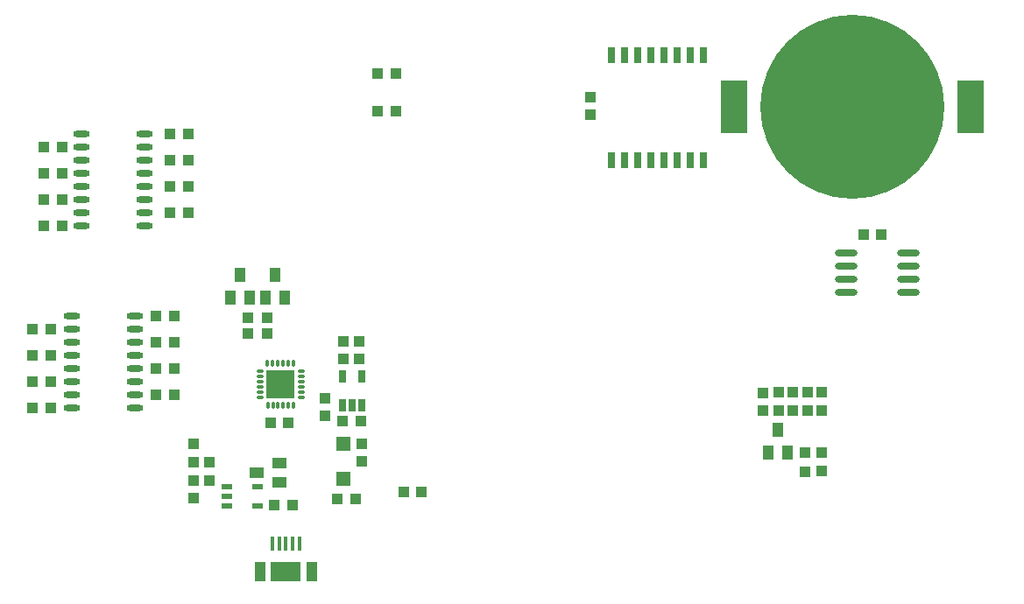
<source format=gbp>
G04 Layer: BottomPasteMaskLayer*
G04 EasyEDA v6.5.39, 2024-01-10 14:41:16*
G04 52a2ae1d1fff4fd0b89a8512cd0fdb0d,3d9c8b04885e45b7839bd8e85c0fd600,10*
G04 Gerber Generator version 0.2*
G04 Scale: 100 percent, Rotated: No, Reflected: No *
G04 Dimensions in millimeters *
G04 leading zeros omitted , absolute positions ,4 integer and 5 decimal *
%FSLAX45Y45*%
%MOMM*%

%AMMACRO1*21,1,$1,$2,0,0,$3*%
%AMMACRO2*4,1,4,0.4999,0.7,-0.4999,0.7,-0.4999,-0.7,0.4999,-0.7,0.4999,0.7,0*%
%AMMACRO3*4,1,4,0.5,0.7,-0.5,0.7,-0.5,-0.7,0.5,-0.7,0.5,0.7,0*%
%AMMACRO4*4,1,4,-0.7,0.4999,-0.7,-0.4999,0.7,-0.4999,0.7,0.4999,-0.7,0.4999,0*%
%AMMACRO5*4,1,4,-0.7,0.5,-0.7,-0.5,0.7,-0.5,0.7,0.5,-0.7,0.5,0*%
%ADD10C,17.7927*%
%ADD11MACRO1,2.5527X5.0927X0.0000*%
%ADD12MACRO1,1.3X1.3X-90.0000*%
%ADD13MACRO2*%
%ADD14MACRO3*%
%ADD15MACRO4*%
%ADD16MACRO5*%
%ADD17MACRO1,1.6002X0.5999X-90.0000*%
%ADD18MACRO1,0.6223X1.1049X0.0000*%
%ADD19MACRO1,0.5499X1X90.0000*%
%ADD20MACRO1,0.5502X1X90.0000*%
%ADD21O,0.7999984X0.2800096*%
%ADD22O,0.2800096X0.7999984*%
%ADD23MACRO1,2.6802X2.6802X0.0000*%
%ADD24O,2.1999956000000003X0.6999986*%
%ADD25O,1.5999968X0.635*%
%ADD26MACRO1,0.4013X1.3005X0.0000*%
%ADD27MACRO1,0.3998X1.3X0.0000*%
%ADD28MACRO1,0.3988X1.3005X0.0000*%
%ADD29MACRO1,2.9002X1.8999X0.0000*%
%ADD30MACRO1,1.0008X1.8999X0.0000*%
%ADD31MACRO1,1.0005X1.8999X0.0000*%
%ADD32MACRO1,1.0998X1.0008X90.0000*%
%ADD33MACRO1,1.0998X1.0008X0.0000*%
%ADD34MACRO1,1.0998X1.0008X-90.0000*%
%ADD35MACRO1,1X1.0998X-90.0000*%
%ADD36MACRO1,1X1.0998X90.0000*%
%ADD37MACRO1,1X1.0998X0.0000*%

%LPD*%
D10*
G01*
X4305300Y558800D03*
D11*
G01*
X3162300Y558800D03*
G01*
X5448300Y558800D03*
D12*
G01*
X-610692Y-3045460D03*
G01*
X-610692Y-2705455D03*
D13*
G01*
X3588004Y-2565273D03*
D14*
G01*
X3492995Y-2785262D03*
G01*
X3683012Y-2785262D03*
D15*
G01*
X-1453489Y-2981960D03*
D16*
G01*
X-1233500Y-3076968D03*
G01*
X-1233500Y-2886951D03*
D13*
G01*
X-1612900Y-1071270D03*
D14*
G01*
X-1707908Y-1291259D03*
G01*
X-1517891Y-1291259D03*
D13*
G01*
X-1270000Y-1071270D03*
D14*
G01*
X-1365008Y-1291259D03*
G01*
X-1174991Y-1291259D03*
D17*
G01*
X1981200Y1056639D03*
G01*
X2108200Y1056639D03*
G01*
X2235200Y1056639D03*
G01*
X2362200Y1056639D03*
G01*
X2489200Y1056639D03*
G01*
X2616200Y1056639D03*
G01*
X2743200Y1056639D03*
G01*
X2870200Y1056639D03*
G01*
X2870200Y40639D03*
G01*
X2743200Y40639D03*
G01*
X2616200Y40639D03*
G01*
X2489200Y40639D03*
G01*
X2362200Y40639D03*
G01*
X2235200Y40639D03*
G01*
X2108200Y40639D03*
G01*
X1981200Y40639D03*
D18*
G01*
X-622300Y-2327910D03*
G01*
X-528319Y-2327910D03*
G01*
X-431800Y-2327910D03*
G01*
X-434339Y-2048510D03*
G01*
X-622300Y-2048510D03*
D19*
G01*
X-1438592Y-3305568D03*
D20*
G01*
X-1438592Y-3115564D03*
G01*
X-1738591Y-3115564D03*
G01*
X-1738591Y-3210560D03*
D19*
G01*
X-1738591Y-3305568D03*
D21*
G01*
X-1017320Y-2005838D03*
G01*
X-1017320Y-2055876D03*
G01*
X-1017320Y-2105914D03*
G01*
X-1017320Y-2155697D03*
G01*
X-1017320Y-2205736D03*
G01*
X-1017320Y-2255773D03*
D22*
G01*
X-1092860Y-2329027D03*
G01*
X-1142898Y-2329027D03*
G01*
X-1192936Y-2329027D03*
G01*
X-1242720Y-2329027D03*
G01*
X-1292758Y-2329027D03*
G01*
X-1342796Y-2329027D03*
D21*
G01*
X-1417320Y-2254757D03*
G01*
X-1417320Y-2204720D03*
G01*
X-1417320Y-2154681D03*
G01*
X-1417320Y-2104897D03*
G01*
X-1417320Y-2054860D03*
G01*
X-1417320Y-2004822D03*
D22*
G01*
X-1344320Y-1929028D03*
G01*
X-1294282Y-1929028D03*
G01*
X-1244244Y-1929028D03*
G01*
X-1194460Y-1929028D03*
G01*
X-1144422Y-1929028D03*
G01*
X-1094384Y-1929028D03*
D23*
G01*
X-1217320Y-2130298D03*
D24*
G01*
X4851400Y-861060D03*
G01*
X4851400Y-988060D03*
G01*
X4851400Y-1115060D03*
G01*
X4851400Y-1242060D03*
G01*
X4246879Y-861060D03*
G01*
X4246879Y-988060D03*
G01*
X4246879Y-1115060D03*
G01*
X4246879Y-1242060D03*
D25*
G01*
X-3145307Y-594360D03*
G01*
X-3145307Y-467360D03*
G01*
X-3145307Y-340360D03*
G01*
X-3145307Y-213360D03*
G01*
X-3145307Y-86360D03*
G01*
X-3145307Y40639D03*
G01*
X-3145307Y167639D03*
G01*
X-3145307Y294639D03*
G01*
X-2535301Y294639D03*
G01*
X-2535301Y167639D03*
G01*
X-2535301Y40639D03*
G01*
X-2535301Y-86360D03*
G01*
X-2535301Y-213360D03*
G01*
X-2535301Y-340360D03*
G01*
X-2535301Y-467360D03*
G01*
X-2535301Y-594360D03*
G01*
X-2624201Y-1470660D03*
G01*
X-2624201Y-1597660D03*
G01*
X-2624201Y-1724660D03*
G01*
X-2624201Y-1851660D03*
G01*
X-2624201Y-1978660D03*
G01*
X-2624201Y-2105660D03*
G01*
X-2624201Y-2232660D03*
G01*
X-2624201Y-2359660D03*
G01*
X-3234207Y-2359660D03*
G01*
X-3234207Y-2232660D03*
G01*
X-3234207Y-2105660D03*
G01*
X-3234207Y-1978660D03*
G01*
X-3234207Y-1851660D03*
G01*
X-3234207Y-1724660D03*
G01*
X-3234207Y-1597660D03*
G01*
X-3234207Y-1470660D03*
D26*
G01*
X-1298447Y-3673475D03*
G01*
X-1233424Y-3673475D03*
D27*
G01*
X-1168400Y-3673475D03*
D26*
G01*
X-1103375Y-3673475D03*
D28*
G01*
X-1038479Y-3673475D03*
D29*
G01*
X-1168400Y-3941470D03*
D30*
G01*
X-918413Y-3941444D03*
D31*
G01*
X-1418399Y-3941444D03*
D32*
G01*
X1778000Y482600D03*
G01*
X1778000Y650239D03*
D33*
G01*
X4584700Y-683260D03*
G01*
X4417059Y-683260D03*
D32*
G01*
X3441700Y-2379980D03*
G01*
X3441700Y-2212339D03*
G01*
X-432892Y-2875280D03*
G01*
X-432892Y-2707639D03*
D34*
G01*
X-609600Y-1717039D03*
G01*
X-609600Y-1884680D03*
D32*
G01*
X-457200Y-1884680D03*
G01*
X-457200Y-1717039D03*
D34*
G01*
X-2058492Y-3058160D03*
G01*
X-2058492Y-3225800D03*
D32*
G01*
X-787400Y-2430780D03*
G01*
X-787400Y-2263139D03*
D33*
G01*
X-1315720Y-2499360D03*
G01*
X-1148079Y-2499360D03*
G01*
X-27940Y-3172460D03*
G01*
X139700Y-3172460D03*
D35*
G01*
X3594100Y-2382177D03*
G01*
X3594100Y-2202167D03*
G01*
X3733800Y-2382177D03*
G01*
X3733800Y-2202167D03*
G01*
X3873500Y-2382177D03*
G01*
X3873500Y-2202167D03*
G01*
X4013200Y-2382177D03*
G01*
X4013200Y-2202167D03*
D36*
G01*
X4013200Y-2790355D03*
G01*
X4013200Y-2970364D03*
G01*
X3848100Y-2791472D03*
G01*
X3848100Y-2971482D03*
D37*
G01*
X-494195Y-3238500D03*
G01*
X-674204Y-3238500D03*
G01*
X-622287Y-2486660D03*
G01*
X-442277Y-2486660D03*
D36*
G01*
X-2057400Y-2700337D03*
G01*
X-2057400Y-2880347D03*
G01*
X-1906092Y-2878162D03*
G01*
X-1906092Y-3058172D03*
D37*
G01*
X-1103795Y-3299460D03*
G01*
X-1283804Y-3299460D03*
G01*
X-1352283Y-1481759D03*
G01*
X-1532293Y-1481759D03*
G01*
X-1532293Y-1634159D03*
G01*
X-1352283Y-1634159D03*
G01*
X-100495Y510539D03*
G01*
X-280504Y510539D03*
G01*
X-100495Y878839D03*
G01*
X-280504Y878839D03*
G01*
X-2107095Y-467360D03*
G01*
X-2287104Y-467360D03*
G01*
X-2107095Y-213360D03*
G01*
X-2287104Y-213360D03*
G01*
X-2107095Y40639D03*
G01*
X-2287104Y40639D03*
G01*
X-2107095Y294639D03*
G01*
X-2287104Y294639D03*
G01*
X-3326295Y167639D03*
G01*
X-3506304Y167639D03*
G01*
X-3326295Y-86360D03*
G01*
X-3506304Y-86360D03*
G01*
X-3326295Y-340360D03*
G01*
X-3506304Y-340360D03*
G01*
X-3326295Y-594360D03*
G01*
X-3506304Y-594360D03*
G01*
X-2426804Y-1470660D03*
G01*
X-2246795Y-1470660D03*
G01*
X-2426804Y-1724660D03*
G01*
X-2246795Y-1724660D03*
G01*
X-2426804Y-1978660D03*
G01*
X-2246795Y-1978660D03*
G01*
X-2426804Y-2232660D03*
G01*
X-2246795Y-2232660D03*
G01*
X-3620604Y-2359660D03*
G01*
X-3440595Y-2359660D03*
G01*
X-3620604Y-2105660D03*
G01*
X-3440595Y-2105660D03*
G01*
X-3620604Y-1851660D03*
G01*
X-3440595Y-1851660D03*
G01*
X-3620604Y-1597660D03*
G01*
X-3440595Y-1597660D03*
M02*

</source>
